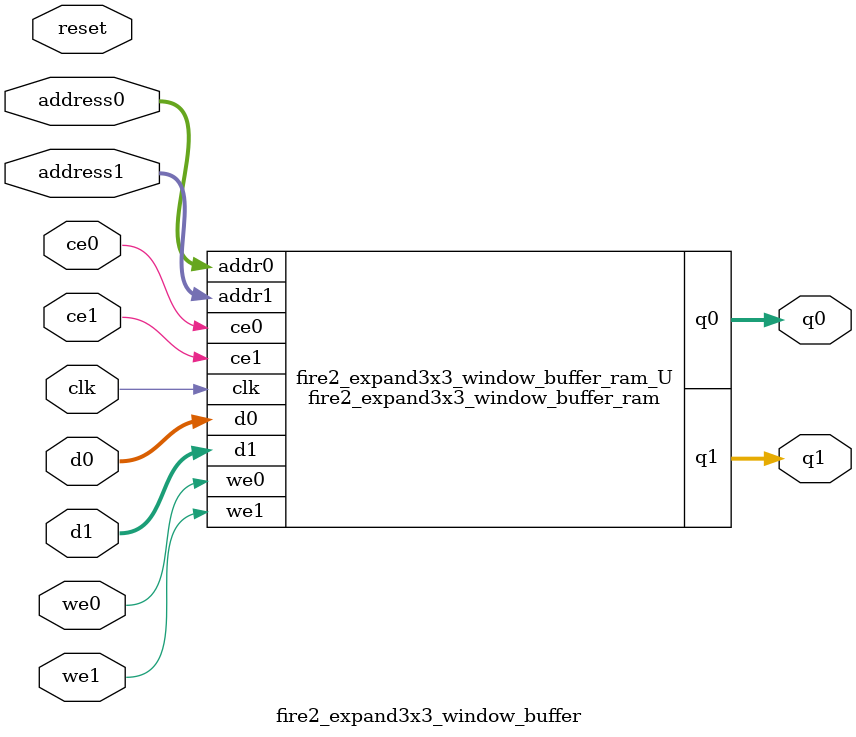
<source format=v>

`timescale 1 ns / 1 ps
module fire2_expand3x3_window_buffer_ram (addr0, ce0, d0, we0, q0, addr1, ce1, d1, we1, q1,  clk);

parameter DWIDTH = 16;
parameter AWIDTH = 8;
parameter MEM_SIZE = 144;

input[AWIDTH-1:0] addr0;
input ce0;
input[DWIDTH-1:0] d0;
input we0;
output reg[DWIDTH-1:0] q0;
input[AWIDTH-1:0] addr1;
input ce1;
input[DWIDTH-1:0] d1;
input we1;
output reg[DWIDTH-1:0] q1;
input clk;

(* ram_style = "block" *)reg [DWIDTH-1:0] ram[MEM_SIZE-1:0];




always @(posedge clk)  
begin 
    if (ce0) 
    begin
        if (we0) 
        begin 
            ram[addr0] <= d0; 
            q0 <= d0;
        end 
        else 
            q0 <= ram[addr0];
    end
end


always @(posedge clk)  
begin 
    if (ce1) 
    begin
        if (we1) 
        begin 
            ram[addr1] <= d1; 
            q1 <= d1;
        end 
        else 
            q1 <= ram[addr1];
    end
end


endmodule


`timescale 1 ns / 1 ps
module fire2_expand3x3_window_buffer(
    reset,
    clk,
    address0,
    ce0,
    we0,
    d0,
    q0,
    address1,
    ce1,
    we1,
    d1,
    q1);

parameter DataWidth = 32'd16;
parameter AddressRange = 32'd144;
parameter AddressWidth = 32'd8;
input reset;
input clk;
input[AddressWidth - 1:0] address0;
input ce0;
input we0;
input[DataWidth - 1:0] d0;
output[DataWidth - 1:0] q0;
input[AddressWidth - 1:0] address1;
input ce1;
input we1;
input[DataWidth - 1:0] d1;
output[DataWidth - 1:0] q1;



fire2_expand3x3_window_buffer_ram fire2_expand3x3_window_buffer_ram_U(
    .clk( clk ),
    .addr0( address0 ),
    .ce0( ce0 ),
    .d0( d0 ),
    .we0( we0 ),
    .q0( q0 ),
    .addr1( address1 ),
    .ce1( ce1 ),
    .d1( d1 ),
    .we1( we1 ),
    .q1( q1 ));

endmodule


</source>
